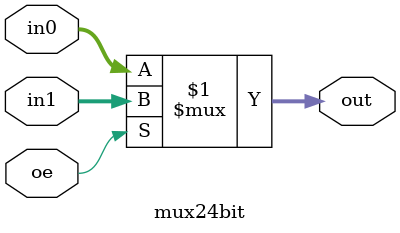
<source format=v>
module mux24bit(input wire [3:0]in0,
				  input wire [3:0]in1,
				  input wire oe,
				  output wire [3:0]out
				  );
assign out = oe ? in1 : in0;
endmodule 
</source>
